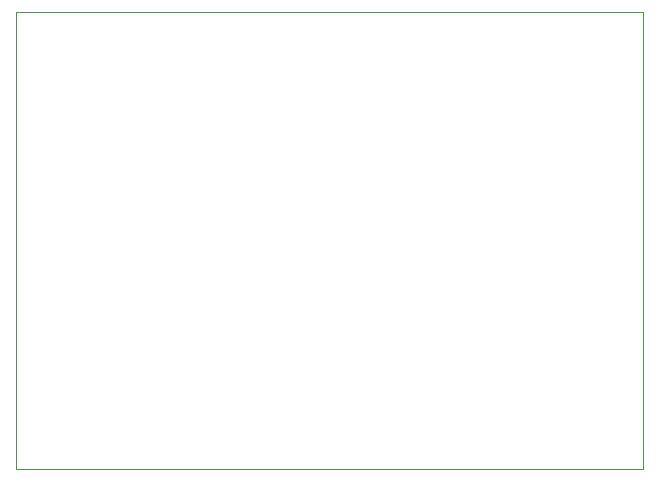
<source format=gbr>
G04 #@! TF.GenerationSoftware,KiCad,Pcbnew,7.0.11+1*
G04 #@! TF.CreationDate,2024-04-21T11:05:49+02:00*
G04 #@! TF.ProjectId,oprog_minimal,6f70726f-675f-46d6-996e-696d616c2e6b,rev?*
G04 #@! TF.SameCoordinates,PXa8d62b0PY5f13998*
G04 #@! TF.FileFunction,Profile,NP*
%FSLAX46Y46*%
G04 Gerber Fmt 4.6, Leading zero omitted, Abs format (unit mm)*
G04 Created by KiCad (PCBNEW 7.0.11+1) date 2024-04-21 11:05:49*
%MOMM*%
%LPD*%
G01*
G04 APERTURE LIST*
G04 #@! TA.AperFunction,Profile*
%ADD10C,0.050000*%
G04 #@! TD*
G04 APERTURE END LIST*
D10*
X53086000Y0D02*
X0Y0D01*
X53086000Y-38735000D02*
X53086000Y0D01*
X0Y-38735000D02*
X53086000Y-38735000D01*
X0Y0D02*
X0Y-38735000D01*
M02*

</source>
